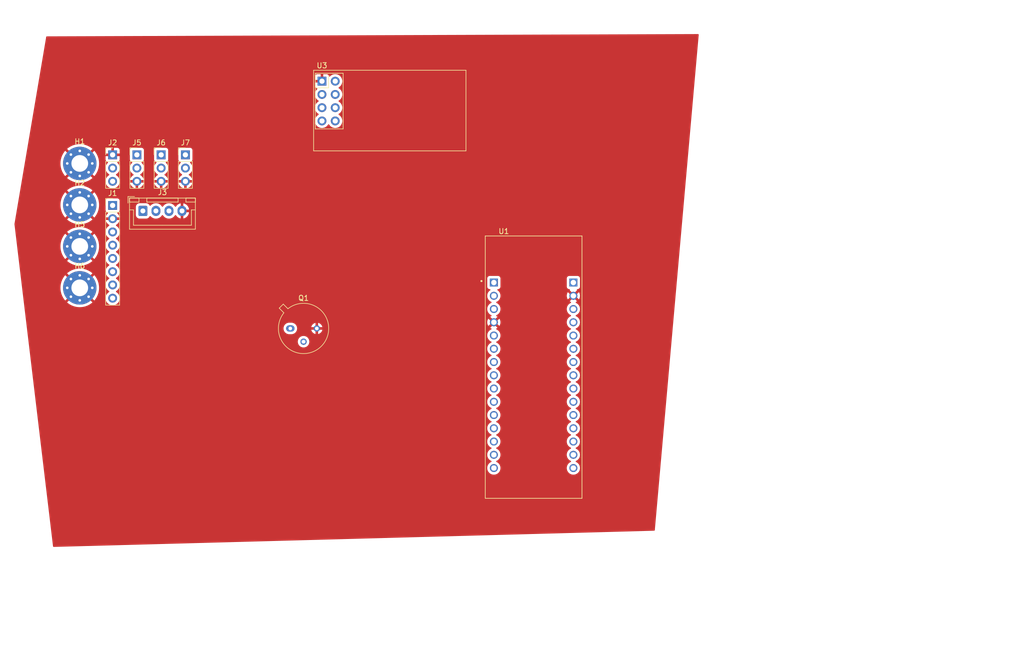
<source format=kicad_pcb>
(kicad_pcb (version 20221018) (generator pcbnew)
  (layers (0 "F.Cu" signal) (31 "B.Cu" signal) (34 "B.Paste" user) (35 "F.Paste" user) (36 "B.SilkS" user "B.Silkscreen") (37 "F.SilkS" user "F.Silkscreen") (38 "B.Mask" user) (39 "F.Mask" user) (44 "Edge.Cuts" user))
  (net 0 "")
  (net 1 "Net-(Q1-E)")
  (net 2 "Battery_set")
  (net 3 "GND")
  (net 4 "/TIM_PWM2")
  (net 7 "/TIM_PWM3")
  (net 8 "/MOSI_NRF")
  (net 10 "/CSN_NRF")
  (net 11 "/GPIO_EXT_NRF")
  (net 12 "/CE_NRF")
  (net 14 "/TIM_PWM1")
  (net 15 "/TIM_PWM4")
  (net 16 "/GPIO_EXT_MPU")
  (net 17 "/I2C_SDA_MPU")
  (net 20 "/VCC_5V_STM")
  (net 22 "/I2C_SCL_MPU")
  (net 23 "/MISO_NRF")
  (net 24 "Battery_ADC")
  (net 25 "/VCC_5_MPU")
  (net 26 "/SCK_NRF")
  (net 27 "/PWM_Neopixel")
  (net 33 "/VCC_5_NEO")
  (net 34 "Net-(J3-Pin_1)")
  (net 38 "Net-(U1B-PA4)")
  (net 39 "Net-(U1B-PA3)")
  (net 40 "/VCC_3V3")
  (footprint "Connector_JST:JST_XH_B4B-XH-A_1x04_P2.50mm_Vertical" (layer "F.Cu") (at 45.62 59.99)
    (fp_text reference "J3" (at 3.75 -3.55) (layer "F.SilkS"))
    (fp_text value "Conn_01x04_Pin")
    (fp_line (start -2.85 -2.75) (end -2.85 -1.5) (stroke (width 0.12)) (layer "F.SilkS"))
    (fp_line (start -2.56 -2.46) (end -2.56 3.51) (stroke (width 0.12)) (layer "F.SilkS"))
    (fp_line (start -2.56 3.51) (end 10.06 3.51) (stroke (width 0.12)) (layer "F.SilkS"))
    (fp_line (start -2.55 -2.45) (end -2.55 -1.7) (stroke (width 0.12)) (layer "F.SilkS"))
    (fp_line (start -2.55 -1.7) (end -0.75 -1.7) (stroke (width 0.12)) (layer "F.SilkS"))
    (fp_line (start -2.55 -0.2) (end -1.8 -0.2) (stroke (width 0.12)) (layer "F.SilkS"))
    (fp_line (start -1.8 -0.2) (end -1.8 2.75) (stroke (width 0.12)) (layer "F.SilkS"))
    (fp_line (start -1.8 2.75) (end 3.75 2.75) (stroke (width 0.12)) (layer "F.SilkS"))
    (fp_line (start -1.6 -2.75) (end -2.85 -2.75) (stroke (width 0.12)) (layer "F.SilkS"))
    (fp_line (start -0.75 -2.45) (end -2.55 -2.45) (stroke (width 0.12)) (layer "F.SilkS"))
    (fp_line (start -0.75 -1.7) (end -0.75 -2.45) (stroke (width 0.12)) (layer "F.SilkS"))
    (fp_line (start 0.75 -2.45) (end 0.75 -1.7) (stroke (width 0.12)) (layer "F.SilkS"))
    (fp_line (start 0.75 -1.7) (end 6.75 -1.7) (stroke (width 0.12)) (layer "F.SilkS"))
    (fp_line (start 6.75 -2.45) (end 0.75 -2.45) (stroke (width 0.12)) (layer "F.SilkS"))
    (fp_line (start 6.75 -1.7) (end 6.75 -2.45) (stroke (width 0.12)) (layer "F.SilkS"))
    (fp_line (start 8.25 -2.45) (end 8.25 -1.7) (stroke (width 0.12)) (layer "F.SilkS"))
    (fp_line (start 8.25 -1.7) (end 10.05 -1.7) (stroke (width 0.12)) (layer "F.SilkS"))
    (fp_line (start 9.3 -0.2) (end 9.3 2.75) (stroke (width 0.12)) (layer "F.SilkS"))
    (fp_line (start 9.3 2.75) (end 3.75 2.75) (stroke (width 0.12)) (layer "F.SilkS"))
    (fp_line (start 10.05 -2.45) (end 8.25 -2.45) (stroke (width 0.12)) (layer "F.SilkS"))
    (fp_line (start 10.05 -1.7) (end 10.05 -2.45) (stroke (width 0.12)) (layer "F.SilkS"))
    (fp_line (start 10.05 -0.2) (end 9.3 -0.2) (stroke (width 0.12)) (layer "F.SilkS"))
    (fp_line (start 10.06 -2.46) (end -2.56 -2.46) (stroke (width 0.12)) (layer "F.SilkS"))
    (fp_line (start 10.06 3.51) (end 10.06 -2.46) (stroke (width 0.12)) (layer "F.SilkS"))
    (pad "1" thru_hole roundrect (at 0 0) (size 1.7 1.95) (drill 0.95) (layers "*.Cu" "*.Mask") (roundrect_rratio 0.147059) (net 34 "Net-(J3-Pin_1)"))
    (pad "2" thru_hole oval (at 2.5 0) (size 1.7 1.95) (drill 0.95) (layers "*.Cu" "*.Mask"))
    (pad "3" thru_hole oval (at 5 0) (size 1.7 1.95) (drill 0.95) (layers "*.Cu" "*.Mask"))
    (pad "4" thru_hole oval (at 7.5 0) (size 1.7 1.95) (drill 0.95) (layers "*.Cu" "*.Mask") (net 3 "GND"))
  )
  (footprint "MountingHole:MountingHole_3.2mm_M3_Pad_Via" (layer "F.Cu") (at 33.52 58.84)
    (fp_text reference "H2" (at 0 -4.2) (layer "F.SilkS"))
    (fp_text value "MountingHole_Pad")
    (pad "1" thru_hole circle (at -2.4 0) (size 0.8 0.8) (drill 0.5) (layers "*.Cu" "*.Mask") (net 3 "GND"))
    (pad "1" thru_hole circle (at -1.697056 -1.697056) (size 0.8 0.8) (drill 0.5) (layers "*.Cu" "*.Mask") (net 3 "GND"))
    (pad "1" thru_hole circle (at -1.697056 1.697056) (size 0.8 0.8) (drill 0.5) (layers "*.Cu" "*.Mask") (net 3 "GND"))
    (pad "1" thru_hole circle (at 0 -2.4) (size 0.8 0.8) (drill 0.5) (layers "*.Cu" "*.Mask") (net 3 "GND"))
    (pad "1" thru_hole circle (at 0 0) (size 6.4 6.4) (drill 3.2) (layers "*.Cu" "*.Mask") (net 3 "GND"))
    (pad "1" thru_hole circle (at 0 2.4) (size 0.8 0.8) (drill 0.5) (layers "*.Cu" "*.Mask") (net 3 "GND"))
    (pad "1" thru_hole circle (at 1.697056 -1.697056) (size 0.8 0.8) (drill 0.5) (layers "*.Cu" "*.Mask") (net 3 "GND"))
    (pad "1" thru_hole circle (at 1.697056 1.697056) (size 0.8 0.8) (drill 0.5) (layers "*.Cu" "*.Mask") (net 3 "GND"))
    (pad "1" thru_hole circle (at 2.4 0) (size 0.8 0.8) (drill 0.5) (layers "*.Cu" "*.Mask") (net 3 "GND"))
  )
  (footprint "MountingHole:MountingHole_3.2mm_M3_Pad_Via" (layer "F.Cu") (at 33.52 66.79)
    (fp_text reference "H5" (at 0 -4.2) (layer "F.SilkS"))
    (fp_text value "MountingHole_Pad")
    (pad "1" thru_hole circle (at -2.4 0) (size 0.8 0.8) (drill 0.5) (layers "*.Cu" "*.Mask") (net 3 "GND"))
    (pad "1" thru_hole circle (at -1.697056 -1.697056) (size 0.8 0.8) (drill 0.5) (layers "*.Cu" "*.Mask") (net 3 "GND"))
    (pad "1" thru_hole circle (at -1.697056 1.697056) (size 0.8 0.8) (drill 0.5) (layers "*.Cu" "*.Mask") (net 3 "GND"))
    (pad "1" thru_hole circle (at 0 -2.4) (size 0.8 0.8) (drill 0.5) (layers "*.Cu" "*.Mask") (net 3 "GND"))
    (pad "1" thru_hole circle (at 0 0) (size 6.4 6.4) (drill 3.2) (layers "*.Cu" "*.Mask") (net 3 "GND"))
    (pad "1" thru_hole circle (at 0 2.4) (size 0.8 0.8) (drill 0.5) (layers "*.Cu" "*.Mask") (net 3 "GND"))
    (pad "1" thru_hole circle (at 1.697056 -1.697056) (size 0.8 0.8) (drill 0.5) (layers "*.Cu" "*.Mask") (net 3 "GND"))
    (pad "1" thru_hole circle (at 1.697056 1.697056) (size 0.8 0.8) (drill 0.5) (layers "*.Cu" "*.Mask") (net 3 "GND"))
    (pad "1" thru_hole circle (at 2.4 0) (size 0.8 0.8) (drill 0.5) (layers "*.Cu" "*.Mask") (net 3 "GND"))
  )
  (footprint "MountingHole:MountingHole_3.2mm_M3_Pad_Via" (layer "F.Cu") (at 33.52 50.89)
    (fp_text reference "H1" (at 0 -4.2) (layer "F.SilkS"))
    (fp_text value "MountingHole_Pad")
    (pad "1" thru_hole circle (at -2.4 0) (size 0.8 0.8) (drill 0.5) (layers "*.Cu" "*.Mask") (net 3 "GND"))
    (pad "1" thru_hole circle (at -1.697056 -1.697056) (size 0.8 0.8) (drill 0.5) (layers "*.Cu" "*.Mask") (net 3 "GND"))
    (pad "1" thru_hole circle (at -1.697056 1.697056) (size 0.8 0.8) (drill 0.5) (layers "*.Cu" "*.Mask") (net 3 "GND"))
    (pad "1" thru_hole circle (at 0 -2.4) (size 0.8 0.8) (drill 0.5) (layers "*.Cu" "*.Mask") (net 3 "GND"))
    (pad "1" thru_hole circle (at 0 0) (size 6.4 6.4) (drill 3.2) (layers "*.Cu" "*.Mask") (net 3 "GND"))
    (pad "1" thru_hole circle (at 0 2.4) (size 0.8 0.8) (drill 0.5) (layers "*.Cu" "*.Mask") (net 3 "GND"))
    (pad "1" thru_hole circle (at 1.697056 -1.697056) (size 0.8 0.8) (drill 0.5) (layers "*.Cu" "*.Mask") (net 3 "GND"))
    (pad "1" thru_hole circle (at 1.697056 1.697056) (size 0.8 0.8) (drill 0.5) (layers "*.Cu" "*.Mask") (net 3 "GND"))
    (pad "1" thru_hole circle (at 2.4 0) (size 0.8 0.8) (drill 0.5) (layers "*.Cu" "*.Mask") (net 3 "GND"))
  )
  (footprint "Connector_PinHeader_2.54mm:PinHeader_1x03_P2.54mm_Vertical" (layer "F.Cu") (at 39.82 49.24)
    (fp_text reference "J2" (at 0 -2.33) (layer "F.SilkS"))
    (fp_text value "Conn_01x03_Pin")
    (fp_line (start -1.33 -1.33) (end 0 -1.33) (stroke (width 0.12)) (layer "F.SilkS"))
    (fp_line (start -1.33 0) (end -1.33 -1.33) (stroke (width 0.12)) (layer "F.SilkS"))
    (fp_line (start -1.33 1.27) (end -1.33 6.41) (stroke (width 0.12)) (layer "F.SilkS"))
    (fp_line (start -1.33 1.27) (end 1.33 1.27) (stroke (width 0.12)) (layer "F.SilkS"))
    (fp_line (start -1.33 6.41) (end 1.33 6.41) (stroke (width 0.12)) (layer "F.SilkS"))
    (fp_line (start 1.33 1.27) (end 1.33 6.41) (stroke (width 0.12)) (layer "F.SilkS"))
    (pad "1" thru_hole rect (at 0 0) (size 1.7 1.7) (drill 1) (layers "*.Cu" "*.Mask") (net 3 "GND"))
    (pad "2" thru_hole oval (at 0 2.54) (size 1.7 1.7) (drill 1) (layers "*.Cu" "*.Mask") (net 27 "/PWM_Neopixel"))
    (pad "3" thru_hole oval (at 0 5.08) (size 1.7 1.7) (drill 1) (layers "*.Cu" "*.Mask") (net 33 "/VCC_5_NEO"))
  )
  (footprint "NUCLEO-L432KC:MODULE_NUCLEO-L432KC" (layer "F.Cu") (at 120.52 89.935)
    (fp_text reference "U1" (at -5.715 -26.035) (layer "F.SilkS"))
    (fp_text value "NUCLEO-L432KC")
    (fp_line (start -9.27 -25.145) (end 9.27 -25.145) (stroke (width 0.127)) (layer "F.SilkS"))
    (fp_line (start -9.27 25.145) (end -9.27 -25.145) (stroke (width 0.127)) (layer "F.SilkS"))
    (fp_line (start 9.27 -25.145) (end 9.27 25.145) (stroke (width 0.127)) (layer "F.SilkS"))
    (fp_line (start 9.27 25.145) (end -9.27 25.145) (stroke (width 0.127)) (layer "F.SilkS"))
    (fp_circle (center -10 -16.5) (end -9.9 -16.5) (stroke (width 0.2)) (fill none) (layer "F.SilkS"))
    (pad "CN3_1" thru_hole rect (at -7.62 -16.215) (size 1.53 1.53) (drill 1.02) (layers "*.Cu" "*.Mask") (net 4 "/TIM_PWM2"))
    (pad "CN3_2" thru_hole circle (at -7.62 -13.675) (size 1.53 1.53) (drill 1.02) (layers "*.Cu" "*.Mask") (net 7 "/TIM_PWM3"))
    (pad "CN3_3" thru_hole circle (at -7.62 -11.135) (size 1.53 1.53) (drill 1.02) (layers "*.Cu" "*.Mask"))
    (pad "CN3_4" thru_hole circle (at -7.62 -8.595) (size 1.53 1.53) (drill 1.02) (layers "*.Cu" "*.Mask") (net 3 "GND"))
    (pad "CN3_5" thru_hole circle (at -7.62 -6.055) (size 1.53 1.53) (drill 1.02) (layers "*.Cu" "*.Mask") (net 8 "/MOSI_NRF"))
    (pad "CN3_6" thru_hole circle (at -7.62 -3.515) (size 1.53 1.53) (drill 1.02) (layers "*.Cu" "*.Mask") (net 10 "/CSN_NRF"))
    (pad "CN3_7" thru_hole circle (at -7.62 -0.975) (size 1.53 1.53) (drill 1.02) (layers "*.Cu" "*.Mask"))
    (pad "CN3_8" thru_hole circle (at -7.62 1.565) (size 1.53 1.53) (drill 1.02) (layers "*.Cu" "*.Mask") (net 11 "/GPIO_EXT_NRF"))
    (pad "CN3_9" thru_hole circle (at -7.62 4.105) (size 1.53 1.53) (drill 1.02) (layers "*.Cu" "*.Mask") (net 12 "/CE_NRF"))
    (pad "CN3_10" thru_hole circle (at -7.62 6.645) (size 1.53 1.53) (drill 1.02) (layers "*.Cu" "*.Mask"))
    (pad "CN3_11" thru_hole circle (at -7.62 9.185) (size 1.53 1.53) (drill 1.02) (layers "*.Cu" "*.Mask"))
    (pad "CN3_12" thru_hole circle (at -7.62 11.725) (size 1.53 1.53) (drill 1.02) (layers "*.Cu" "*.Mask") (net 14 "/TIM_PWM1"))
    (pad "CN3_13" thru_hole circle (at -7.62 14.265) (size 1.53 1.53) (drill 1.02) (layers "*.Cu" "*.Mask") (net 15 "/TIM_PWM4"))
    (pad "CN3_14" thru_hole circle (at -7.62 16.805) (size 1.53 1.53) (drill 1.02) (layers "*.Cu" "*.Mask") (net 16 "/GPIO_EXT_MPU"))
    (pad "CN3_15" thru_hole circle (at -7.62 19.345) (size 1.53 1.53) (drill 1.02) (layers "*.Cu" "*.Mask") (net 17 "/I2C_SDA_MPU"))
    (pad "CN4_1" thru_hole rect (at 7.62 -16.215) (size 1.53 1.53) (drill 1.02) (layers "*.Cu" "*.Mask"))
    (pad "CN4_2" thru_hole circle (at 7.62 -13.675) (size 1.53 1.53) (drill 1.02) (layers "*.Cu" "*.Mask") (net 3 "GND"))
    (pad "CN4_3" thru_hole circle (at 7.62 -11.135) (size 1.53 1.53) (drill 1.02) (layers "*.Cu" "*.Mask"))
    (pad "CN4_4" thru_hole circle (at 7.62 -8.595) (size 1.53 1.53) (drill 1.02) (layers "*.Cu" "*.Mask") (net 20 "/VCC_5V_STM"))
    (pad "CN4_5" thru_hole circle (at 7.62 -6.055) (size 1.53 1.53) (drill 1.02) (layers "*.Cu" "*.Mask"))
    (pad "CN4_6" thru_hole circle (at 7.62 -3.515) (size 1.53 1.53) (drill 1.02) (layers "*.Cu" "*.Mask") (net 22 "/I2C_SCL_MPU"))
    (pad "CN4_7" thru_hole circle (at 7.62 -0.975) (size 1.53 1.53) (drill 1.02) (layers "*.Cu" "*.Mask") (net 23 "/MISO_NRF"))
    (pad "CN4_8" thru_hole circle (at 7.62 1.565) (size 1.53 1.53) (drill 1.02) (layers "*.Cu" "*.Mask") (net 24 "Battery_ADC"))
    (pad "CN4_9" thru_hole circle (at 7.62 4.105) (size 1.53 1.53) (drill 1.02) (layers "*.Cu" "*.Mask") (net 38 "Net-(U1B-PA4)"))
    (pad "CN4_10" thru_hole circle (at 7.62 6.645) (size 1.53 1.53) (drill 1.02) (layers "*.Cu" "*.Mask") (net 39 "Net-(U1B-PA3)"))
    (pad "CN4_11" thru_hole circle (at 7.62 9.185) (size 1.53 1.53) (drill 1.02) (layers "*.Cu" "*.Mask") (net 26 "/SCK_NRF"))
    (pad "CN4_12" thru_hole circle (at 7.62 11.725) (size 1.53 1.53) (drill 1.02) (layers "*.Cu" "*.Mask") (net 27 "/PWM_Neopixel"))
    (pad "CN4_13" thru_hole circle (at 7.62 14.265) (size 1.53 1.53) (drill 1.02) (layers "*.Cu" "*.Mask"))
    (pad "CN4_14" thru_hole circle (at 7.62 16.805) (size 1.53 1.53) (drill 1.02) (layers "*.Cu" "*.Mask") (net 40 "/VCC_3V3"))
    (pad "CN4_15" thru_hole circle (at 7.62 19.345) (size 1.53 1.53) (drill 1.02) (layers "*.Cu" "*.Mask"))
  )
  (footprint "Connector_PinHeader_2.54mm:PinHeader_1x03_P2.54mm_Vertical" (layer "F.Cu") (at 44.47 49.24)
    (fp_text reference "J5" (at 0 -2.33) (layer "F.SilkS"))
    (fp_text value "Conn_01x03_Pin")
    (fp_line (start -1.33 -1.33) (end 0 -1.33) (stroke (width 0.12)) (layer "F.SilkS"))
    (fp_line (start -1.33 0) (end -1.33 -1.33) (stroke (width 0.12)) (layer "F.SilkS"))
    (fp_line (start -1.33 1.27) (end -1.33 6.41) (stroke (width 0.12)) (layer "F.SilkS"))
    (fp_line (start -1.33 1.27) (end 1.33 1.27) (stroke (width 0.12)) (layer "F.SilkS"))
    (fp_line (start -1.33 6.41) (end 1.33 6.41) (stroke (width 0.12)) (layer "F.SilkS"))
    (fp_line (start 1.33 1.27) (end 1.33 6.41) (stroke (width 0.12)) (layer "F.SilkS"))
    (pad "1" thru_hole rect (at 0 0) (size 1.7 1.7) (drill 1) (layers "*.Cu" "*.Mask") (net 25 "/VCC_5_MPU"))
    (pad "2" thru_hole oval (at 0 2.54) (size 1.7 1.7) (drill 1) (layers "*.Cu" "*.Mask") (net 4 "/TIM_PWM2"))
    (pad "3" thru_hole oval (at 0 5.08) (size 1.7 1.7) (drill 1) (layers "*.Cu" "*.Mask") (net 3 "GND"))
  )
  (footprint "Package_TO_SOT_THT:TO-39-3" (layer "F.Cu") (at 73.88 82.52)
    (fp_text reference "Q1" (at 2.54 -5.82) (layer "F.SilkS"))
    (fp_text value "2N2219")
    (fp_line (start -2.125856 -3.888039) (end -1.234902 -2.997084) (stroke (width 0.12)) (layer "F.SilkS"))
    (fp_line (start -1.348039 -4.665856) (end -2.125856 -3.888039) (stroke (width 0.12)) (layer "F.SilkS"))
    (fp_line (start -0.457084 -3.774902) (end -1.348039 -4.665856) (stroke (width 0.12)) (layer "F.SilkS"))
    (fp_arc (start -0.457084 -3.774902) (mid 5.948125 3.408384) (end -1.234674 -2.997371) (stroke (width 0.12)) (layer "F.SilkS"))
    (pad "1" thru_hole oval (at 0 0) (size 1.6 1.2) (drill 0.7) (layers "*.Cu" "*.Mask") (net 1 "Net-(Q1-E)"))
    (pad "2" thru_hole oval (at 2.54 2.54) (size 1.2 1.2) (drill 0.7) (layers "*.Cu" "*.Mask") (net 2 "Battery_set"))
    (pad "3" thru_hole oval (at 5.08 0) (size 1.2 1.2) (drill 0.7) (layers "*.Cu" "*.Mask") (net 3 "GND"))
  )
  (footprint "MountingHole:MountingHole_3.2mm_M3_Pad_Via" (layer "F.Cu") (at 33.52 74.74)
    (fp_text reference "H6" (at 0 -4.2) (layer "F.SilkS"))
    (fp_text value "MountingHole_Pad")
    (pad "1" thru_hole circle (at -2.4 0) (size 0.8 0.8) (drill 0.5) (layers "*.Cu" "*.Mask") (net 3 "GND"))
    (pad "1" thru_hole circle (at -1.697056 -1.697056) (size 0.8 0.8) (drill 0.5) (layers "*.Cu" "*.Mask") (net 3 "GND"))
    (pad "1" thru_hole circle (at -1.697056 1.697056) (size 0.8 0.8) (drill 0.5) (layers "*.Cu" "*.Mask") (net 3 "GND"))
    (pad "1" thru_hole circle (at 0 -2.4) (size 0.8 0.8) (drill 0.5) (layers "*.Cu" "*.Mask") (net 3 "GND"))
    (pad "1" thru_hole circle (at 0 0) (size 6.4 6.4) (drill 3.2) (layers "*.Cu" "*.Mask") (net 3 "GND"))
    (pad "1" thru_hole circle (at 0 2.4) (size 0.8 0.8) (drill 0.5) (layers "*.Cu" "*.Mask") (net 3 "GND"))
    (pad "1" thru_hole circle (at 1.697056 -1.697056) (size 0.8 0.8) (drill 0.5) (layers "*.Cu" "*.Mask") (net 3 "GND"))
    (pad "1" thru_hole circle (at 1.697056 1.697056) (size 0.8 0.8) (drill 0.5) (layers "*.Cu" "*.Mask") (net 3 "GND"))
    (pad "1" thru_hole circle (at 2.4 0) (size 0.8 0.8) (drill 0.5) (layers "*.Cu" "*.Mask") (net 3 "GND"))
  )
  (footprint "Connector_PinHeader_2.54mm:PinHeader_1x08_P2.54mm_Vertical" (layer "F.Cu") (at 39.82 58.94)
    (fp_text reference "J1" (at 0 -2.33) (layer "F.SilkS"))
    (fp_text value "Conn_01x08_Pin")
    (fp_line (start -1.33 -1.33) (end 0 -1.33) (stroke (width 0.12)) (layer "F.SilkS"))
    (fp_line (start -1.33 0) (end -1.33 -1.33) (stroke (width 0.12)) (layer "F.SilkS"))
    (fp_line (start -1.33 1.27) (end -1.33 19.11) (stroke (width 0.12)) (layer "F.SilkS"))
    (fp_line (start -1.33 1.27) (end 1.33 1.27) (stroke (width 0.12)) (layer "F.SilkS"))
    (fp_line (start -1.33 19.11) (end 1.33 19.11) (stroke (width 0.12)) (layer "F.SilkS"))
    (fp_line (start 1.33 1.27) (end 1.33 19.11) (stroke (width 0.12)) (layer "F.SilkS"))
    (pad "1" thru_hole rect (at 0 0) (size 1.7 1.7) (drill 1) (layers "*.Cu" "*.Mask") (net 25 "/VCC_5_MPU"))
    (pad "2" thru_hole oval (at 0 2.54) (size 1.7 1.7) (drill 1) (layers "*.Cu" "*.Mask") (net 3 "GND"))
    (pad "3" thru_hole oval (at 0 5.08) (size 1.7 1.7) (drill 1) (layers "*.Cu" "*.Mask") (net 22 "/I2C_SCL_MPU"))
    (pad "4" thru_hole oval (at 0 7.62) (size 1.7 1.7) (drill 1) (layers "*.Cu" "*.Mask") (net 17 "/I2C_SDA_MPU"))
    (pad "5" thru_hole oval (at 0 10.16) (size 1.7 1.7) (drill 1) (layers "*.Cu" "*.Mask"))
    (pad "6" thru_hole oval (at 0 12.7) (size 1.7 1.7) (drill 1) (layers "*.Cu" "*.Mask"))
    (pad "7" thru_hole oval (at 0 15.24) (size 1.7 1.7) (drill 1) (layers "*.Cu" "*.Mask"))
    (pad "8" thru_hole oval (at 0 17.78) (size 1.7 1.7) (drill 1) (layers "*.Cu" "*.Mask") (net 16 "/GPIO_EXT_MPU"))
  )
  (footprint "Connector_PinHeader_2.54mm:PinHeader_1x03_P2.54mm_Vertical" (layer "F.Cu") (at 53.77 49.24)
    (fp_text reference "J7" (at 0 -2.33) (layer "F.SilkS"))
    (fp_text value "Conn_01x03_Pin")
    (fp_line (start -1.33 -1.33) (end 0 -1.33) (stroke (width 0.12)) (layer "F.SilkS"))
    (fp_line (start -1.33 0) (end -1.33 -1.33) (stroke (width 0.12)) (layer "F.SilkS"))
    (fp_line (start -1.33 1.27) (end -1.33 6.41) (stroke (width 0.12)) (layer "F.SilkS"))
    (fp_line (start -1.33 1.27) (end 1.33 1.27) (stroke (width 0.12)) (layer "F.SilkS"))
    (fp_line (start -1.33 6.41) (end 1.33 6.41) (stroke (width 0.12)) (layer "F.SilkS"))
    (fp_line (start 1.33 1.27) (end 1.33 6.41) (stroke (width 0.12)) (layer "F.SilkS"))
    (pad "1" thru_hole rect (at 0 0) (size 1.7 1.7) (drill 1) (layers "*.Cu" "*.Mask"))
    (pad "2" thru_hole oval (at 0 2.54) (size 1.7 1.7) (drill 1) (layers "*.Cu" "*.Mask") (net 15 "/TIM_PWM4"))
    (pad "3" thru_hole oval (at 0 5.08) (size 1.7 1.7) (drill 1) (layers "*.Cu" "*.Mask") (net 3 "GND"))
  )
  (footprint "Connector_PinHeader_2.54mm:PinHeader_1x03_P2.54mm_Vertical" (layer "F.Cu") (at 49.12 49.24)
    (fp_text reference "J6" (at 0 -2.33) (layer "F.SilkS"))
    (fp_text value "Conn_01x03_Pin")
    (fp_line (start -1.33 -1.33) (end 0 -1.33) (stroke (width 0.12)) (layer "F.SilkS"))
    (fp_line (start -1.33 0) (end -1.33 -1.33) (stroke (width 0.12)) (layer "F.SilkS"))
    (fp_line (start -1.33 1.27) (end -1.33 6.41) (stroke (width 0.12)) (layer "F.SilkS"))
    (fp_line (start -1.33 1.27) (end 1.33 1.27) (stroke (width 0.12)) (layer "F.SilkS"))
    (fp_line (start -1.33 6.41) (end 1.33 6.41) (stroke (width 0.12)) (layer "F.SilkS"))
    (fp_line (start 1.33 1.27) (end 1.33 6.41) (stroke (width 0.12)) (layer "F.SilkS"))
    (pad "1" thru_hole rect (at 0 0) (size 1.7 1.7) (drill 1) (layers "*.Cu" "*.Mask") (net 33 "/VCC_5_NEO"))
    (pad "2" thru_hole oval (at 0 2.54) (size 1.7 1.7) (drill 1) (layers "*.Cu" "*.Mask") (net 7 "/TIM_PWM3"))
    (pad "3" thru_hole oval (at 0 5.08) (size 1.7 1.7) (drill 1) (layers "*.Cu" "*.Mask") (net 3 "GND"))
  )
  (footprint "RF_Module:nRF24L01_Breakout" (layer "F.Cu") (at 79.95 35.125)
    (fp_text reference "U3" (at 0 -3) (layer "F.SilkS"))
    (fp_text value "NRF24L01_Breakout")
    (fp_line (start -1.6 -2.1) (end -1.6 -2.1) (stroke (width 0.12)) (layer "F.SilkS"))
    (fp_line (start -1.6 -2.1) (end 27.6 -2.1) (stroke (width 0.12)) (layer "F.SilkS"))
    (fp_line (start -1.6 13.35) (end -1.6 -2.1) (stroke (width 0.12)) (layer "F.SilkS"))
    (fp_line (start -1.27 -1.524) (end -1.27 -1.524) (stroke (width 0.12)) (layer "F.SilkS"))
    (fp_line (start -1.27 -1.524) (end 4.064 -1.524) (stroke (width 0.12)) (layer "F.SilkS"))
    (fp_line (start -1.27 9.144) (end -1.27 -1.524) (stroke (width 0.12)) (layer "F.SilkS"))
    (fp_line (start -1.27 9.144) (end -1.27 9.144) (stroke (width 0.12)) (layer "F.SilkS"))
    (fp_line (start -1.016 1.27) (end -1.016 1.27) (stroke (width 0.12)) (layer "F.SilkS"))
    (fp_line (start 1.27 -1.016) (end 1.27 1.27) (stroke (width 0.12)) (layer "F.SilkS"))
    (fp_line (start 1.27 1.27) (end -1.016 1.27) (stroke (width 0.12)) (layer "F.SilkS"))
    (fp_line (start 4.064 -1.524) (end 4.064 9.144) (stroke (width 0.12)) (layer "F.SilkS"))
    (fp_line (start 4.064 9.144) (end -1.27 9.144) (stroke (width 0.12)) (layer "F.SilkS"))
    (fp_line (start 27.6 -2.1) (end 27.6 13.35) (stroke (width 0.12)) (layer "F.SilkS"))
    (fp_line (start 27.6 13.35) (end -1.6 13.35) (stroke (width 0.12)) (layer "F.SilkS"))
    (pad "1" thru_hole rect (at 0 0) (size 1.7 1.7) (drill 1) (layers "*.Cu" "*.Mask") (net 3 "GND"))
    (pad "2" thru_hole circle (at 2.54 0) (size 1.7 1.7) (drill 1) (layers "*.Cu" "*.Mask") (net 40 "/VCC_3V3"))
    (pad "3" thru_hole circle (at 0 2.54) (size 1.7 1.7) (drill 1) (layers "*.Cu" "*.Mask") (net 12 "/CE_NRF"))
    (pad "4" thru_hole circle (at 2.54 2.54) (size 1.7 1.7) (drill 1) (layers "*.Cu" "*.Mask") (net 10 "/CSN_NRF"))
    (pad "5" thru_hole circle (at 0 5.08) (size 1.7 1.7) (drill 1) (layers "*.Cu" "*.Mask") (net 26 "/SCK_NRF"))
    (pad "6" thru_hole circle (at 2.54 5.08) (size 1.7 1.7) (drill 1) (layers "*.Cu" "*.Mask") (net 8 "/MOSI_NRF"))
    (pad "7" thru_hole circle (at 0 7.62) (size 1.7 1.7) (drill 1) (layers "*.Cu" "*.Mask") (net 23 "/MISO_NRF"))
    (pad "8" thru_hole circle (at 2.54 7.62) (size 1.7 1.7) (drill 1) (layers "*.Cu" "*.Mask") (net 11 "/GPIO_EXT_NRF"))
  )
  (zone (net 3) (net_name "GND") (layer "F.Cu") (connect_pads (clearance 0.5)) (min_thickness 0.25) (fill yes (thermal_gap 0.5) (thermal_bridge_width 0.5))
    (polygon (pts (xy 26.78 26.53) (xy 152.18 26.09) (xy 143.74 121.29) (xy 28.41 124.4) (xy 21 62.51) (xy 27.08 26.68)))
  )
)
</source>
